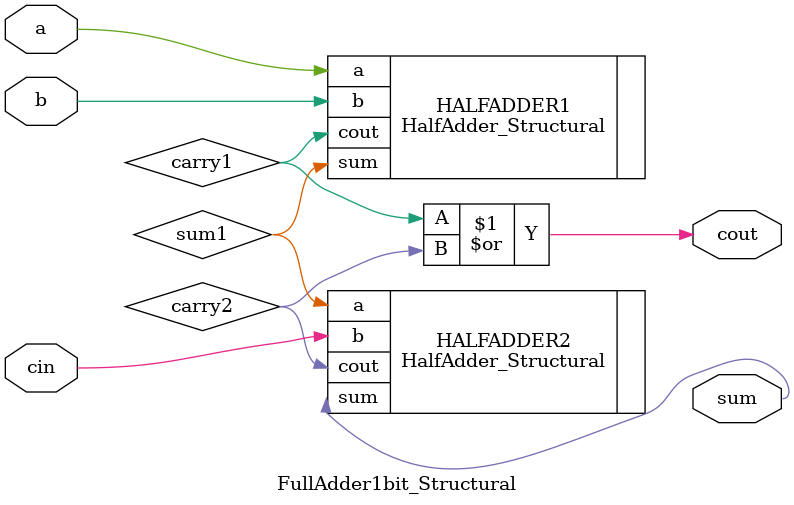
<source format=v>
module FullAdder1bit_Structural(
		input a,
		input b,
		input cin,
		output sum,
		output cout
	);

	wire sum1;
	wire carry1;
	wire carry2;

	//Instantiate HalfAdder
	HalfAdder_Structural HALFADDER1(
		.a(a),
		.b(b),
		.sum(sum1),
		.cout(carry1)
	);

	HalfAdder_Structural HALFADDER2(
		.a(sum1),
		.b(cin),
		.sum(sum),
		.cout(carry2)
	);

	or OR1(cout , carry1 , carry2);
endmodule

	
</source>
